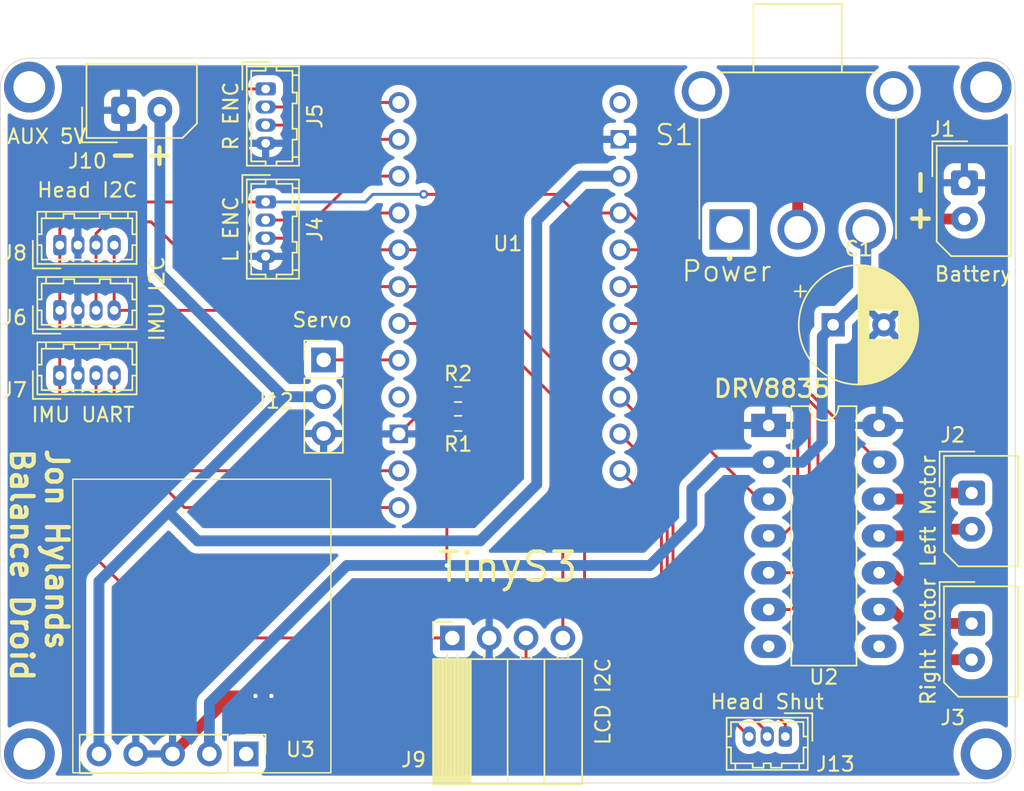
<source format=kicad_pcb>
(kicad_pcb (version 20240108) (generator "pcbnew") (generator_version "8.0")
  (layers (0 "F.Cu" signal) (31 "B.Cu" signal) (34 "B.Paste" user) (35 "F.Paste" user) (36 "B.SilkS" user "B.Silkscreen") (37 "F.SilkS" user "F.Silkscreen") (38 "B.Mask" user) (39 "F.Mask" user) (44 "Edge.Cuts" user))
  (net 0 "")
  (net 1 "GND")
  (net 2 "Net-(J1-Pin_2)")
  (net 3 "Net-(J2-Pin_1)")
  (net 4 "Net-(J2-Pin_2)")
  (net 5 "Net-(J3-Pin_1)")
  (net 6 "Net-(J3-Pin_2)")
  (net 7 "L_A")
  (net 8 "L_B")
  (net 9 "3V3")
  (net 10 "R_B")
  (net 11 "R_A")
  (net 12 "SDA")
  (net 13 "SCL")
  (net 14 "TX")
  (net 15 "RX")
  (net 16 "5V")
  (net 17 "Servo")
  (net 18 "Left ToF Shutdown")
  (net 19 "Center ToF Shutdown")
  (net 20 "Right ToF Shutdown")
  (net 22 "Net-(U2-Vcc)")
  (net 23 "Right_Motor_1")
  (net 26 "Right_Motor_2")
  (net 27 "Left_Motor_1")
  (net 28 "Left_Motor_2")
  (net 32 "BATT")
  (footprint "Connector_Hirose:Hirose_DF13-04P-1.25DSA_1x04_P1.25mm_Vertical" (layer "F.Cu") (at 69.1 87.9)
    (property "Reference" "J8" (at -3.125 0.55 0) (layer "F.SilkS"))
    (property "Value" "Head I2C" (at 1.9 -3.8 180) (layer "F.SilkS"))
    (pad "1" thru_hole roundrect (at 0 0) (size 0.9 1.4) (drill 0.6) (layers "*.Cu" "*.Mask") (net 9 "3V3"))
    (pad "2" thru_hole oval (at 1.25 0) (size 0.9 1.4) (drill 0.6) (layers "*.Cu" "*.Mask") (net 1 "GND"))
    (pad "3" thru_hole oval (at 2.5 0) (size 0.9 1.4) (drill 0.6) (layers "*.Cu" "*.Mask") (net 13 "SCL"))
    (pad "4" thru_hole oval (at 3.75 0) (size 0.9 1.4) (drill 0.6) (layers "*.Cu" "*.Mask") (net 12 "SDA"))
  )
  (footprint "Connector_PinHeader_2.54mm:PinHeader_1x03_P2.54mm_Vertical" (layer "F.Cu") (at 87.3 95.82)
    (property "Reference" "J12" (at -3.4 2.84 0) (layer "F.SilkS"))
    (property "Value" "Servo" (at -0.1 -2.76 0) (layer "F.SilkS"))
    (pad "1" thru_hole rect (at 0 0) (size 1.7 1.7) (drill 1) (layers "*.Cu" "*.Mask") (net 17 "Servo"))
    (pad "2" thru_hole oval (at 0 2.54) (size 1.7 1.7) (drill 1) (layers "*.Cu" "*.Mask") (net 16 "5V"))
    (pad "3" thru_hole oval (at 0 5.08) (size 1.7 1.7) (drill 1) (layers "*.Cu" "*.Mask") (net 1 "GND"))
  )
  (footprint "Connector_Molex:Molex_SPOX_5267-02A_1x02_P2.50mm_Vertical" (layer "F.Cu") (at 73.5 78.6)
    (property "Reference" "J10" (at -2.5 3.5 0) (layer "F.SilkS"))
    (property "Value" "AUX 5V" (at -5.3 1.8 0) (layer "F.SilkS"))
    (pad "1" thru_hole roundrect (at 0 0) (size 1.7 1.85) (drill 0.85) (layers "*.Cu" "*.Mask") (roundrect_rratio 0.147059) (net 1 "GND"))
    (pad "2" thru_hole oval (at 2.5 0) (size 1.7 1.85) (drill 0.85) (layers "*.Cu" "*.Mask") (net 16 "5V"))
  )
  (footprint "Connector_PinHeader_2.54mm:PinHeader_1x05_P2.54mm_Vertical" (layer "F.Cu") (at 81.96 123 -90)
    (property "Reference" "U3" (at -0.3 -3.74 180) (layer "F.SilkS"))
    (property "Value" "~")
    (pad "1" thru_hole rect (at 0 0 270) (size 1.7 1.7) (drill 1) (layers "*.Cu" "*.Mask"))
    (pad "2" thru_hole oval (at 0 2.54 270) (size 1.7 1.7) (drill 1) (layers "*.Cu" "*.Mask") (net 22 "Net-(U2-Vcc)"))
    (pad "3" thru_hole oval (at 0 5.08 270) (size 1.7 1.7) (drill 1) (layers "*.Cu" "*.Mask") (net 1 "GND"))
    (pad "4" thru_hole oval (at 0 7.62 270) (size 1.7 1.7) (drill 1) (layers "*.Cu" "*.Mask") (net 1 "GND"))
    (pad "5" thru_hole oval (at 0 10.16 270) (size 1.7 1.7) (drill 1) (layers "*.Cu" "*.Mask") (net 16 "5V"))
  )
  (footprint "Capacitor_THT:CP_Radial_D8.0mm_P3.50mm" (layer "F.Cu") (at 122.447349 93.4)
    (property "Reference" "C1" (at 1.75 -5.25 0) (layer "F.SilkS"))
    (property "Value" "680uF")
    (pad "1" thru_hole rect (at 0 0) (size 1.6 1.6) (drill 0.8) (layers "*.Cu" "*.Mask") (net 22 "Net-(U2-Vcc)"))
    (pad "2" thru_hole circle (at 3.5 0) (size 1.6 1.6) (drill 0.8) (layers "*.Cu" "*.Mask") (net 1 "GND"))
  )
  (footprint "Connector_Hirose:Hirose_DF13-04P-1.25DSA_1x04_P1.25mm_Vertical" (layer "F.Cu") (at 83.3 84.925 -90)
    (property "Reference" "J4" (at 1.88 -3.4 90) (layer "F.SilkS"))
    (property "Value" "L ENC" (at 1.88 2.4 90) (layer "F.SilkS"))
    (pad "1" thru_hole roundrect (at 0 0 270) (size 0.9 1.4) (drill 0.6) (layers "*.Cu" "*.Mask") (net 9 "3V3"))
    (pad "2" thru_hole oval (at 1.25 0 270) (size 0.9 1.4) (drill 0.6) (layers "*.Cu" "*.Mask") (net 7 "L_A"))
    (pad "3" thru_hole oval (at 2.5 0 270) (size 0.9 1.4) (drill 0.6) (layers "*.Cu" "*.Mask") (net 8 "L_B"))
    (pad "4" thru_hole oval (at 3.75 0 270) (size 0.9 1.4) (drill 0.6) (layers "*.Cu" "*.Mask") (net 1 "GND"))
  )
  (footprint "NormalParts:Slide Switch 5A" (layer "F.Cu") (at 120 82.0575)
    (property "Reference" "S1" (at -8.5 -1.7575 0) (layer "F.SilkS") (effects (font (size 1.4 1.4))))
    (property "Value" "Power" (at -4.9 7.6425 0) (layer "F.SilkS") (effects (font (size 1.4 1.4))))
    (pad "1" thru_hole rect (at -4.7 4.765) (size 2.775 2.775) (drill 1.85) (layers "*.Cu" "*.Mask"))
    (pad "2" thru_hole circle (at 0 4.765) (size 2.775 2.775) (drill 1.85) (layers "*.Cu" "*.Mask") (net 2 "Net-(J1-Pin_2)"))
    (pad "3" thru_hole circle (at 4.7 4.765) (size 2.775 2.775) (drill 1.85) (layers "*.Cu" "*.Mask") (net 22 "Net-(U2-Vcc)"))
    (pad "S1" thru_hole circle (at -6.605 -4.765) (size 2.775 2.775) (drill 1.85) (layers "*.Cu" "*.Mask"))
    (pad "S2" thru_hole circle (at 6.605 -4.765) (size 2.775 2.775) (drill 1.85) (layers "*.Cu" "*.Mask"))
  )
  (footprint "Connector_Hirose:Hirose_DF13-04P-1.25DSA_1x04_P1.25mm_Vertical" (layer "F.Cu") (at 83.3 77.125 -90)
    (property "Reference" "J5" (at 1.88 -3.4 90) (layer "F.SilkS"))
    (property "Value" "R ENC" (at 1.88 2.4 90) (layer "F.SilkS"))
    (pad "1" thru_hole roundrect (at 0 0 270) (size 0.9 1.4) (drill 0.6) (layers "*.Cu" "*.Mask") (net 9 "3V3"))
    (pad "2" thru_hole oval (at 1.25 0 270) (size 0.9 1.4) (drill 0.6) (layers "*.Cu" "*.Mask") (net 11 "R_A"))
    (pad "3" thru_hole oval (at 2.5 0 270) (size 0.9 1.4) (drill 0.6) (layers "*.Cu" "*.Mask") (net 10 "R_B"))
    (pad "4" thru_hole oval (at 3.75 0 270) (size 0.9 1.4) (drill 0.6) (layers "*.Cu" "*.Mask") (net 1 "GND"))
  )
  (footprint "Package_DIP:DIP-14_W7.62mm_LongPads" (layer "F.Cu") (at 118 100.34)
    (property "Reference" "U2" (at 3.8 17.36 0) (layer "F.SilkS"))
    (property "Value" "~")
    (pad "1" thru_hole rect (at 0 0) (size 2.4 1.6) (drill 0.8) (layers "*.Cu" "*.Mask") (net 1 "GND"))
    (pad "2" thru_hole oval (at 0 2.54) (size 2.4 1.6) (drill 0.8) (layers "*.Cu" "*.Mask") (net 22 "Net-(U2-Vcc)"))
    (pad "3" thru_hole oval (at 0 5.08) (size 2.4 1.6) (drill 0.8) (layers "*.Cu" "*.Mask") (net 28 "Left_Motor_2"))
    (pad "4" thru_hole oval (at 0 7.62) (size 2.4 1.6) (drill 0.8) (layers "*.Cu" "*.Mask") (net 27 "Left_Motor_1"))
    (pad "5" thru_hole oval (at 0 10.16) (size 2.4 1.6) (drill 0.8) (layers "*.Cu" "*.Mask") (net 26 "Right_Motor_2"))
    (pad "6" thru_hole oval (at 0 12.7) (size 2.4 1.6) (drill 0.8) (layers "*.Cu" "*.Mask") (net 23 "Right_Motor_1"))
    (pad "7" thru_hole oval (at 0 15.24) (size 2.4 1.6) (drill 0.8) (layers "*.Cu" "*.Mask"))
    (pad "8" thru_hole oval (at 7.62 15.24) (size 2.4 1.6) (drill 0.8) (layers "*.Cu" "*.Mask"))
    (pad "9" thru_hole oval (at 7.62 12.7) (size 2.4 1.6) (drill 0.8) (layers "*.Cu" "*.Mask") (net 6 "Net-(J3-Pin_2)"))
    (pad "10" thru_hole oval (at 7.62 10.16) (size 2.4 1.6) (drill 0.8) (layers "*.Cu" "*.Mask") (net 5 "Net-(J3-Pin_1)"))
    (pad "11" thru_hole oval (at 7.62 7.62) (size 2.4 1.6) (drill 0.8) (layers "*.Cu" "*.Mask") (net 4 "Net-(J2-Pin_2)"))
    (pad "12" thru_hole oval (at 7.62 5.08) (size 2.4 1.6) (drill 0.8) (layers "*.Cu" "*.Mask") (net 3 "Net-(J2-Pin_1)"))
    (pad "13" thru_hole oval (at 7.62 2.54) (size 2.4 1.6) (drill 0.8) (layers "*.Cu" "*.Mask") (net 9 "3V3"))
    (pad "14" thru_hole oval (at 7.62 0) (size 2.4 1.6) (drill 0.8) (layers "*.Cu" "*.Mask") (net 1 "GND"))
  )
  (footprint "Resistor_SMD:R_0603_1608Metric" (layer "F.Cu") (at 96.575 98.2)
    (property "Reference" "R2" (at 0 -1.43 0) (layer "F.SilkS"))
    (property "Value" "5K")
    (pad "1" smd roundrect (at -0.825 0) (size 0.8 0.95) (layers "F.Cu" "F.Paste" "F.Mask") (net 1 "GND"))
    (pad "2" smd roundrect (at 0.825 0) (size 0.8 0.95) (layers "F.Cu" "F.Paste" "F.Mask") (net 32 "BATT"))
  )
  (footprint "Connector_Molex:Molex_SPOX_5267-02A_1x02_P2.50mm_Vertical" (layer "F.Cu") (at 132 105 -90)
    (property "Reference" "J2" (at -4 1.3 180) (layer "F.SilkS"))
    (property "Value" "Left Motor" (at 1.25 3 90) (layer "F.SilkS"))
    (pad "1" thru_hole roundrect (at 0 0 270) (size 1.7 1.85) (drill 0.85) (layers "*.Cu" "*.Mask") (roundrect_rratio 0.147059) (net 3 "Net-(J2-Pin_1)"))
    (pad "2" thru_hole oval (at 2.5 0 270) (size 1.7 1.85) (drill 0.85) (layers "*.Cu" "*.Mask") (net 4 "Net-(J2-Pin_2)"))
  )
  (footprint "Connector_Molex:Molex_SPOX_5267-02A_1x02_P2.50mm_Vertical" (layer "F.Cu") (at 132 114 -90)
    (property "Reference" "J3" (at 6.5 1.3 180) (layer "F.SilkS"))
    (property "Value" "Right Motor" (at 1.25 3 90) (layer "F.SilkS"))
    (pad "1" thru_hole roundrect (at 0 0 270) (size 1.7 1.85) (drill 0.85) (layers "*.Cu" "*.Mask") (roundrect_rratio 0.147059) (net 5 "Net-(J3-Pin_1)"))
    (pad "2" thru_hole oval (at 2.5 0 270) (size 1.7 1.85) (drill 0.85) (layers "*.Cu" "*.Mask") (net 6 "Net-(J3-Pin_2)"))
  )
  (footprint "Connector_Hirose:Hirose_DF13-04P-1.25DSA_1x04_P1.25mm_Vertical" (layer "F.Cu") (at 69.1 96.9)
    (property "Reference" "J7" (at -3.125 1 0) (layer "F.SilkS"))
    (property "Value" "IMU UART" (at 1.6 2.7 0) (layer "F.SilkS"))
    (pad "1" thru_hole roundrect (at 0 0) (size 0.9 1.4) (drill 0.6) (layers "*.Cu" "*.Mask") (net 9 "3V3"))
    (pad "2" thru_hole oval (at 1.25 0) (size 0.9 1.4) (drill 0.6) (layers "*.Cu" "*.Mask") (net 1 "GND"))
    (pad "3" thru_hole oval (at 2.5 0) (size 0.9 1.4) (drill 0.6) (layers "*.Cu" "*.Mask") (net 15 "RX"))
    (pad "4" thru_hole oval (at 3.75 0) (size 0.9 1.4) (drill 0.6) (layers "*.Cu" "*.Mask") (net 14 "TX"))
  )
  (footprint "Resistor_SMD:R_0603_1608Metric" (layer "F.Cu") (at 96.575 100.2 180)
    (property "Reference" "R1" (at 0 -1.43 0) (layer "F.SilkS"))
    (property "Value" "10K")
    (pad "1" smd roundrect (at -0.825 0 180) (size 0.8 0.95) (layers "F.Cu" "F.Paste" "F.Mask") (net 32 "BATT"))
    (pad "2" smd roundrect (at 0.825 0 180) (size 0.8 0.95) (layers "F.Cu" "F.Paste" "F.Mask") (net 22 "Net-(U2-Vcc)"))
  )
  (footprint "Connector_Hirose:Hirose_DF13-04P-1.25DSA_1x04_P1.25mm_Vertical" (layer "F.Cu") (at 69.1 92.4)
    (property "Reference" "J6" (at -3.125 0.5 0) (layer "F.SilkS"))
    (property "Value" "IMU I2C" (at 6.7 -0.8 90) (layer "F.SilkS"))
    (pad "1" thru_hole roundrect (at 0 0) (size 0.9 1.4) (drill 0.6) (layers "*.Cu" "*.Mask") (net 9 "3V3"))
    (pad "2" thru_hole oval (at 1.25 0) (size 0.9 1.4) (drill 0.6) (layers "*.Cu" "*.Mask") (net 1 "GND"))
    (pad "3" thru_hole oval (at 2.5 0) (size 0.9 1.4) (drill 0.6) (layers "*.Cu" "*.Mask") (net 13 "SCL"))
    (pad "4" thru_hole oval (at 3.75 0) (size 0.9 1.4) (drill 0.6) (layers "*.Cu" "*.Mask") (net 12 "SDA"))
  )
  (footprint "NormalParts:TinyS3" (layer "F.Cu") (at 100 92)
    (property "Reference" "U1" (at 0 -4.2 0) (layer "F.SilkS"))
    (property "Value" "TinyS3" (at 0 18.1 0) (layer "F.SilkS") (effects (font (size 2 2) (thickness 0.25))))
    (pad "1" thru_hole circle (at 7.73 -13.936) (size 1.4224 1.4224) (drill 0.9144) (layers "*.Cu" "*.Mask"))
    (pad "2" thru_hole rect (at 7.73 -11.396) (size 1.27 1.27) (drill 0.9144) (layers "*.Cu" "*.Mask") (net 1 "GND"))
    (pad "3" thru_hole circle (at 7.73 -8.856) (size 1.4224 1.4224) (drill 0.9144) (layers "*.Cu" "*.Mask") (net 16 "5V"))
    (pad "4" thru_hole circle (at 7.73 -6.316) (size 1.4224 1.4224) (drill 0.9144) (layers "*.Cu" "*.Mask") (net 9 "3V3"))
    (pad "5" thru_hole circle (at 7.73 -3.776) (size 1.4224 1.4224) (drill 0.9144) (layers "*.Cu" "*.Mask") (net 23 "Right_Motor_1"))
    (pad "6" thru_hole circle (at 7.73 -1.236) (size 1.4224 1.4224) (drill 0.9144) (layers "*.Cu" "*.Mask") (net 26 "Right_Motor_2"))
    (pad "7" thru_hole circle (at 7.73 1.304) (size 1.4224 1.4224) (drill 0.9144) (layers "*.Cu" "*.Mask") (net 27 "Left_Motor_1"))
    (pad "8" thru_hole circle (at 7.73 3.844) (size 1.4224 1.4224) (drill 0.9144) (layers "*.Cu" "*.Mask") (net 28 "Left_Motor_2"))
    (pad "9" thru_hole circle (at 7.73 6.384) (size 1.4224 1.4224) (drill 0.9144) (layers "*.Cu" "*.Mask") (net 18 "Left ToF Shutdown"))
    (pad "10" thru_hole circle (at 7.73 8.924) (size 1.4224 1.4224) (drill 0.9144) (layers "*.Cu" "*.Mask") (net 19 "Center ToF Shutdown"))
    (pad "11" thru_hole circle (at 7.73 11.464) (size 1.4224 1.4224) (drill 0.9144) (layers "*.Cu" "*.Mask") (net 20 "Right ToF Shutdown"))
    (pad "12" thru_hole circle (at -7.51 14.004) (size 1.4224 1.4224) (drill 0.9) (layers "*.Cu" "*.Mask") (net 15 "RX"))
    (pad "13" thru_hole circle (at -7.51 11.464) (size 1.4224 1.4224) (drill 0.9) (layers "*.Cu" "*.Mask") (net 14 "TX"))
    (pad "14" thru_hole rect (at -7.51 8.924) (size 1.27 1.27) (drill 0.9) (layers "*.Cu" "*.Mask") (net 1 "GND"))
    (pad "15" thru_hole circle (at -7.51 6.384) (size 1.4224 1.4224) (drill 0.9) (layers "*.Cu" "*.Mask"))
    (pad "16" thru_hole circle (at -7.51 3.844) (size 1.4224 1.4224) (drill 0.9) (layers "*.Cu" "*.Mask") (net 17 "Servo"))
    (pad "17" thru_hole circle (at -7.51 1.304) (size 1.4224 1.4224) (drill 0.9) (layers "*.Cu" "*.Mask") (net 32 "BATT"))
    (pad "18" thru_hole circle (at -7.51 -1.236) (size 1.4224 1.4224) (drill 0.9) (layers "*.Cu" "*.Mask") (net 12 "SDA"))
    (pad "19" thru_hole circle (at -7.51 -3.776) (size 1.4224 1.4224) (drill 0.9) (layers "*.Cu" "*.Mask") (net 13 "SCL"))
    (pad "20" thru_hole circle (at -7.51 -6.316) (size 1.4224 1.4224) (drill 0.9) (layers "*.Cu" "*.Mask") (net 8 "L_B"))
    (pad "21" thru_hole circle (at -7.51 -8.856) (size 1.4224 1.4224) (drill 0.9) (layers "*.Cu" "*.Mask") (net 7 "L_A"))
    (pad "22" thru_hole circle (at -7.51 -11.396) (size 1.4224 1.4224) (drill 0.9) (layers "*.Cu" "*.Mask") (net 10 "R_B"))
    (pad "23" thru_hole circle (at -7.51 -13.936) (size 1.4224 1.4224) (drill 0.9) (layers "*.Cu" "*.Mask") (net 11 "R_A"))
  )
  (footprint "Connector_Hirose:Hirose_DF13-03P-1.25DSA_1x03_P1.25mm_Vertical" (layer "F.Cu") (at 119.15 121.8 180)
    (property "Reference" "J13" (at -3.45 -1.9 0) (layer "F.SilkS"))
    (property "Value" "Head Shut" (at 1.25 2.4 0) (layer "F.SilkS"))
    (pad "1" thru_hole roundrect (at 0 0 180) (size 0.9 1.4) (drill 0.6) (layers "*.Cu" "*.Mask") (net 18 "Left ToF Shutdown"))
    (pad "2" thru_hole oval (at 1.25 0 180) (size 0.9 1.4) (drill 0.6) (layers "*.Cu" "*.Mask") (net 19 "Center ToF Shutdown"))
    (pad "3" thru_hole oval (at 2.5 0 180) (size 0.9 1.4) (drill 0.6) (layers "*.Cu" "*.Mask") (net 20 "Right ToF Shutdown"))
  )
  (footprint "Connector_PinSocket_2.54mm:PinSocket_1x04_P2.54mm_Horizontal" (layer "F.Cu") (at 96.18 115 90)
    (property "Reference" "J9" (at -8.4 -2.68 180) (layer "F.SilkS"))
    (property "Value" "LCD I2C" (at -4.38 10.39 90) (layer "F.SilkS"))
    (pad "1" thru_hole rect (at 0 0 90) (size 1.7 1.7) (drill 1) (layers "*.Cu" "*.Mask") (net 9 "3V3"))
    (pad "2" thru_hole oval (at 0 2.54 90) (size 1.7 1.7) (drill 1) (layers "*.Cu" "*.Mask") (net 1 "GND"))
    (pad "3" thru_hole oval (at 0 5.08 90) (size 1.7 1.7) (drill 1) (layers "*.Cu" "*.Mask") (net 13 "SCL"))
    (pad "4" thru_hole oval (at 0 7.62 90) (size 1.7 1.7) (drill 1) (layers "*.Cu" "*.Mask") (net 12 "SDA"))
  )
  (footprint "Connector_Molex:Molex_SPOX_5267-02A_1x02_P2.50mm_Vertical" (layer "F.Cu") (at 131.5 83.6 -90)
    (property "Reference" "J1" (at -3.7 1.5 180) (layer "F.SilkS"))
    (property "Value" "Battery" (at 6.3 -0.6 180) (layer "F.SilkS"))
    (pad "1" thru_hole roundrect (at 0 0 270) (size 1.7 1.85) (drill 0.85) (layers "*.Cu" "*.Mask") (roundrect_rratio 0.147059) (net 1 "GND"))
    (pad "2" thru_hole oval (at 2.5 0 270) (size 1.7 1.85) (drill 0.85) (layers "*.Cu" "*.Mask") (net 2 "Net-(J1-Pin_2)"))
  )
  (gr_rect (start 70 104.05) (end 87.8 124.3) (stroke (width 0.1)) (fill none) (layer "F.SilkS"))
  (gr_arc (start 65 77) (mid 65.585786 75.585786) (end 67 75) (stroke (width 0.05)) (layer "Edge.Cuts"))
  (gr_line (start 135 77) (end 135 123) (stroke (width 0.05)) (layer "Edge.Cuts"))
  (gr_arc (start 133 75) (mid 134.414214 75.585786) (end 135 77) (stroke (width 0.05)) (layer "Edge.Cuts"))
  (gr_line (start 65 123) (end 65 77) (stroke (width 0.05)) (layer "Edge.Cuts"))
  (gr_line (start 67 75) (end 133 75) (stroke (width 0.05)) (layer "Edge.Cuts"))
  (gr_arc (start 135 123) (mid 134.414214 124.414214) (end 133 125) (stroke (width 0.05)) (layer "Edge.Cuts"))
  (gr_arc (start 67 125) (mid 65.585786 124.414214) (end 65 123) (stroke (width 0.05)) (layer "Edge.Cuts"))
  (gr_line (start 133 125) (end 67 125) (stroke (width 0.05)) (layer "Edge.Cuts"))
  (gr_text "+" (at 77.1 82.5 0) (layer "F.SilkS") (effects (font (size 1.5 1.5) (thickness 0.3) (bold yes)) (justify left bottom mirror)))
  (gr_text "-" (at 74.6 82.5 0) (layer "F.SilkS") (effects (font (size 1.5 1.5) (thickness 0.3) (bold yes)) (justify left bottom mirror)))
  (gr_text "+" (at 127.7 87.2 -90) (layer "F.SilkS") (effects (font (size 1.5 1.5) (thickness 0.3) (bold yes)) (justify left bottom mirror)))
  (gr_text "DRV8835" (at 114.1 98.5 0) (layer "F.SilkS") (effects (font (size 1.2 1.2) (thickness 0.2) (bold yes)) (justify left bottom)))
  (gr_text "Jon Hylands\nBalance Droid" (at 65.6 101.8 270) (layer "F.SilkS") (effects (font (size 1.5 1.5) (thickness 0.3) (bold yes)) (justify left bottom)))
  (gr_text "-" (at 127.7 84.7 -90) (layer "F.SilkS") (effects (font (size 1.5 1.5) (thickness 0.3) (bold yes)) (justify left bottom mirror)))
  (via (at 133 77) (size 3.5) (drill 2.2) (layers "F.Cu" "B.Cu") (net 0))
  (via (at 67 77) (size 3.5) (drill 2.2) (layers "F.Cu" "B.Cu") (net 0))
  (via (at 133 123) (size 3.5) (drill 2.2) (layers "F.Cu" "B.Cu") (net 0))
  (via (at 67 123) (size 3.5) (drill 2.2) (layers "F.Cu" "B.Cu") (net 0))
  (segment (start 95.75 98.2) (end 95.214 98.2) (width 0.2) (layer "F.Cu") (net 1))
  (segment (start 76.88 123) (end 80.88 119) (width 0.75) (layer "F.Cu") (net 1))
  (segment (start 80.88 119) (end 82.6 119) (width 0.75) (layer "F.Cu") (net 1))
  (segment (start 95.214 98.2) (end 92.49 100.924) (width 0.2) (layer "F.Cu") (net 1))
  (segment (start 82.6 119) (end 83.7 119) (width 0.75) (layer "F.Cu") (net 1))
  (via (at 83.7 119) (size 0.6) (drill 0.3) (layers "F.Cu" "B.Cu") (net 1))
  (via (at 82.6 119) (size 0.6) (drill 0.3) (layers "F.Cu" "B.Cu") (net 1))
  (segment (start 121.2 83.6) (end 126.6 83.6) (width 0.75) (layer "F.Cu") (net 2))
  (segment (start 126.6 83.6) (end 129.1 86.1) (width 0.75) (layer "F.Cu") (net 2))
  (segment (start 120 86.8225) (end 120 84.8) (width 0.75) (layer "F.Cu") (net 2))
  (segment (start 120 84.8) (end 121.2 83.6) (width 0.75) (layer "F.Cu") (net 2))
  (segment (start 129.1 86.1) (end 131.5 86.1) (width 0.75) (layer "F.Cu") (net 2))
  (segment (start 128.8 105) (end 132 105) (width 0.75) (layer "F.Cu") (net 3))
  (segment (start 128.38 105.42) (end 128.8 105) (width 0.75) (layer "F.Cu") (net 3))
  (segment (start 125.62 105.42) (end 128.38 105.42) (width 0.75) (layer "F.Cu") (net 3))
  (segment (start 128.7 107.5) (end 132 107.5) (width 0.75) (layer "F.Cu") (net 4))
  (segment (start 128.24 107.96) (end 128.7 107.5) (width 0.75) (layer "F.Cu") (net 4))
  (segment (start 125.62 107.96) (end 128.24 107.96) (width 0.75) (layer "F.Cu") (net 4))
  (segment (start 125.62 110.5) (end 126.5 110.5) (width 0.75) (layer "F.Cu") (net 5))
  (segment (start 130 114) (end 132 114) (width 0.75) (layer "F.Cu") (net 5))
  (segment (start 126.5 110.5) (end 130 114) (width 0.75) (layer "F.Cu") (net 5))
  (segment (start 130 116.5) (end 132 116.5) (width 0.75) (layer "F.Cu") (net 6))
  (segment (start 125.62 113.04) (end 126.54 113.04) (width 0.75) (layer "F.Cu") (net 6))
  (segment (start 126.54 113.04) (end 130 116.5) (width 0.75) (layer "F.Cu") (net 6))
  (segment (start 89.656 83.144) (end 92.49 83.144) (width 0.2) (layer "F.Cu") (net 7))
  (segment (start 83.3 86.175) (end 86.625 86.175) (width 0.2) (layer "F.Cu") (net 7))
  (segment (start 86.625 86.175) (end 89.656 83.144) (width 0.2) (layer "F.Cu") (net 7))
  (segment (start 88.716 85.684) (end 92.49 85.684) (width 0.2) (layer "F.Cu") (net 8))
  (segment (start 86.975 87.425) (end 88.716 85.684) (width 0.2) (layer "F.Cu") (net 8))
  (segment (start 83.3 87.425) (end 86.975 87.425) (width 0.2) (layer "F.Cu") (net 8))
  (segment (start 80.2 84.925) (end 80.2 78.9) (width 0.2) (layer "F.Cu") (net 9))
  (segment (start 69.1 92.4) (end 69.1 96.9) (width 0.2) (layer "F.Cu") (net 9))
  (segment (start 96.18 115) (end 77.1 115) (width 0.2) (layer "F.Cu") (net 9))
  (segment (start 69.1 87.9) (end 69.1 86.8) (width 0.2) (layer "F.Cu") (net 9))
  (segment (start 69.1 86.8) (end 70.975 84.925) (width 0.2) (layer "F.Cu") (net 9))
  (segment (start 77.1 115) (end 69.1 107) (width 0.2) (layer "F.Cu") (net 9))
  (segment (start 125.611372 102.88) (end 125.62 102.88) (width 0.2) (layer "F.Cu") (net 9))
  (segment (start 94.2 84.4) (end 103.4 84.4) (width 0.2) (layer "F.Cu") (net 9))
  (segment (start 80.2 78.9) (end 81.975 77.125) (width 0.2) (layer "F.Cu") (net 9))
  (segment (start 80.2 84.925) (end 83.3 84.925) (width 0.2) (layer "F.Cu") (net 9))
  (segment (start 69.1 87.9) (end 69.1 92.4) (width 0.2) (layer "F.Cu") (net 9))
  (segment (start 107.73 85.684) (end 108.415372 85.684) (width 0.2) (layer "F.Cu") (net 9))
  (segment (start 70.975 84.925) (end 80.2 84.925) (width 0.2) (layer "F.Cu") (net 9))
  (segment (start 104.684 85.684) (end 107.73 85.684) (width 0.2) (layer "F.Cu") (net 9))
  (segment (start 108.415372 85.684) (end 125.611372 102.88) (width 0.2) (layer "F.Cu") (net 9))
  (segment (start 103.4 84.4) (end 104.684 85.684) (width 0.2) (layer "F.Cu") (net 9))
  (segment (start 69.1 107) (end 69.1 96.9) (width 0.2) (layer "F.Cu") (net 9))
  (segment (start 81.975 77.125) (end 83.3 77.125) (width 0.2) (layer "F.Cu") (net 9))
  (via (at 94.2 84.4) (size 0.6) (drill 0.3) (layers "F.Cu" "B.Cu") (net 9))
  (segment (start 90.175 84.925) (end 90.7 84.4) (width 0.2) (layer "B.Cu") (net 9))
  (segment (start 90.7 84.4) (end 94.2 84.4) (width 0.2) (layer "B.Cu") (net 9))
  (segment (start 83.3 84.925) (end 90.175 84.925) (width 0.2) (layer "B.Cu") (net 9))
  (segment (start 86.025 79.625) (end 87.004 80.604) (width 0.2) (layer "F.Cu") (net 10))
  (segment (start 87.004 80.604) (end 92.49 80.604) (width 0.2) (layer "F.Cu") (net 10))
  (segment (start 83.3 79.625) (end 86.025 79.625) (width 0.2) (layer "F.Cu") (net 10))
  (segment (start 83.3 78.375) (end 86.025 78.375) (width 0.2) (layer "F.Cu") (net 11))
  (segment (start 86.336 78.064) (end 92.49 78.064) (width 0.2) (layer "F.Cu") (net 11))
  (segment (start 86.025 78.375) (end 86.336 78.064) (width 0.2) (layer "F.Cu") (net 11))
  (segment (start 72.85 87.9) (end 72.85 92.4) (width 0.2) (layer "F.Cu") (net 12))
  (segment (start 95.564 90.764) (end 103.8 99) (width 0.2) (layer "F.Cu") (net 12))
  (segment (start 72.85 92.4) (end 85.5 92.4) (width 0.2) (layer "F.Cu") (net 12))
  (segment (start 103.8 99) (end 103.8 115) (width 0.2) (layer "F.Cu") (net 12))
  (segment (start 85.5 92.4) (end 87.136 90.764) (width 0.2) (layer "F.Cu") (net 12))
  (segment (start 87.136 90.764) (end 92.49 90.764) (width 0.2) (layer "F.Cu") (net 12))
  (segment (start 92.49 90.764) (end 95.564 90.764) (width 0.2) (layer "F.Cu") (net 12))
  (segment (start 71.6 87.9) (end 71.6 92.4) (width 0.2) (layer "F.Cu") (net 13))
  (segment (start 92.49 88.224) (end 87.776 88.224) (width 0.2) (layer "F.Cu") (net 13))
  (segment (start 85 90.7) (end 79.8 90.7) (width 0.2) (layer "F.Cu") (net 13))
  (segment (start 104.2 117) (end 105.3 115.9) (width 0.2) (layer "F.Cu") (net 13))
  (segment (start 71.6 87.1) (end 71.6 87.9) (width 0.2) (layer "F.Cu") (net 13))
  (segment (start 95.524 88.224) (end 92.49 88.224) (width 0.2) (layer "F.Cu") (net 13))
  (segment (start 85.1 90.6) (end 85 90.7) (width 0.2) (layer "F.Cu") (net 13))
  (segment (start 72.4 86.3) (end 71.6 87.1) (width 0.2) (layer "F.Cu") (net 13))
  (segment (start 101.26 116.46) (end 101.8 117) (width 0.2) (layer "F.Cu") (net 13))
  (segment (start 101.8 117) (end 104.2 117) (width 0.2) (layer "F.Cu") (net 13))
  (segment (start 85.4 90.6) (end 85.1 90.6) (width 0.2) (layer "F.Cu") (net 13))
  (segment (start 105.3 115.9) (end 105.3 98) (width 0.2) (layer "F.Cu") (net 13))
  (segment (start 79.8 90.7) (end 75.4 86.3) (width 0.2) (layer "F.Cu") (net 13))
  (segment (start 75.4 86.3) (end 72.4 86.3) (width 0.2) (layer "F.Cu") (net 13))
  (segment (start 87.776 88.224) (end 85.4 90.6) (width 0.2) (layer "F.Cu") (net 13))
  (segment (start 105.3 98) (end 95.524 88.224) (width 0.2) (layer "F.Cu") (net 13))
  (segment (start 101.26 115) (end 101.26 116.46) (width 0.2) (layer "F.Cu") (net 13))
  (segment (start 72.85 96.9) (end 72.85 99.25) (width 0.2) (layer "F.Cu") (net 14))
  (segment (start 77.064 103.464) (end 92.49 103.464) (width 0.2) (layer "F.Cu") (net 14))
  (segment (start 72.85 99.25) (end 77.064 103.464) (width 0.2) (layer "F.Cu") (net 14))
  (segment (start 77.704 106.004) (end 92.49 106.004) (width 0.2) (layer "F.Cu") (net 15))
  (segment (start 71.6 99.9) (end 77.704 106.004) (width 0.2) (layer "F.Cu") (net 15))
  (segment (start 71.6 96.9) (end 71.6 99.9) (width 0.2) (layer "F.Cu") (net 15))
  (segment (start 84.54 98.36) (end 76.6 106.3) (width 0.75) (layer "B.Cu") (net 16))
  (segment (start 105.056 83.144) (end 107.73 83.144) (width 0.75) (layer "B.Cu") (net 16))
  (segment (start 78.6 108.3) (end 98.1 108.3) (width 0.75) (layer "B.Cu") (net 16))
  (segment (start 102 86.2) (end 105.056 83.144) (width 0.75) (layer "B.Cu") (net 16))
  (segment (start 102 104.4) (end 102 86.2) (width 0.75) (layer "B.Cu") (net 16))
  (segment (start 98.1 108.3) (end 102 104.4) (width 0.75) (layer "B.Cu") (net 16))
  (segment (start 76 78.6) (end 76 89.82) (width 0.75) (layer "B.Cu") (net 16))
  (segment (start 71.8 111.1) (end 71.8 123) (width 0.75) (layer "B.Cu") (net 16))
  (segment (start 76.6 106.3) (end 78.6 108.3) (width 0.75) (layer "B.Cu") (net 16))
  (segment (start 76.6 106.3) (end 71.8 111.1) (width 0.75) (layer "B.Cu") (net 16))
  (segment (start 87.3 98.36) (end 84.54 98.36) (width 0.75) (layer "B.Cu") (net 16))
  (segment (start 76 89.82) (end 84.54 98.36) (width 0.75) (layer "B.Cu") (net 16))
  (segment (start 92.466 95.82) (end 92.49 95.844) (width 0.2) (layer "F.Cu") (net 17))
  (segment (start 87.3 95.82) (end 92.466 95.82) (width 0.2) (layer "F.Cu") (net 17))
  (segment (start 119.15 120.95) (end 119.15 121.8) (width 0.2) (layer "F.Cu") (net 18))
  (segment (start 107.73 98.384) (end 111.4 102.054) (width 0.2) (layer "F.Cu") (net 18))
  (segment (start 111.4 102.054) (end 111.4 113.2) (width 0.2) (layer "F.Cu") (net 18))
  (segment (start 111.4 113.2) (end 119.15 120.95) (width 0.2) (layer "F.Cu") (net 18))
  (segment (start 111 114.6) (end 111 104.194) (width 0.2) (layer "F.Cu") (net 19))
  (segment (start 117.9 121.5) (end 111 114.6) (width 0.2) (layer "F.Cu") (net 19))
  (segment (start 117.9 121.8) (end 117.9 121.5) (width 0.2) (layer "F.Cu") (net 19))
  (segment (start 111 104.194) (end 107.73 100.924) (width 0.2) (layer "F.Cu") (net 19))
  (segment (start 107.73 103.464) (end 110.6 106.334) (width 0.2) (layer "F.Cu") (net 20))
  (segment (start 110.6 115.75) (end 116.65 121.8) (width 0.2) (layer "F.Cu") (net 20))
  (segment (start 110.6 106.334) (end 110.6 115.75) (width 0.2) (layer "F.Cu") (net 20))
  (segment (start 95.8 100.1) (end 95.8 110) (width 0.2) (layer "F.Cu") (net 22))
  (segment (start 95.75 100.15) (end 95.8 100.1) (width 0.2) (layer "F.Cu") (net 22))
  (segment (start 95.75 100.2) (end 95.75 100.15) (width 0.2) (layer "F.Cu") (net 22))
  (via (at 95.8 110) (size 0.6) (drill 0.3) (layers "F.Cu" "B.Cu") (net 22))
  (segment (start 79.42 119.48) (end 88.9 110) (width 0.75) (layer "B.Cu") (net 22))
  (segment (start 95.8 110) (end 109.8 110) (width 0.75) (layer "B.Cu") (net 22))
  (segment (start 112.7 107.1) (end 112.7 104.7) (width 0.75) (layer "B.Cu") (net 22))
  (segment (start 124.7 91.2) (end 121.7 94.2) (width 0.75) (layer "B.Cu") (net 22))
  (segment (start 79.42 123) (end 79.42 119.48) (width 0.75) (layer "B.Cu") (net 22))
  (segment (start 124.7 86.8225) (end 124.7 91.2) (width 0.75) (layer "B.Cu") (net 22))
  (segment (start 114.52 102.88) (end 118 102.88) (width 0.75) (layer "B.Cu") (net 22))
  (segment (start 88.9 110) (end 95.8 110) (width 0.75) (layer "B.Cu") (net 22))
  (segment (start 120.32 102.88) (end 118 102.88) (width 0.75) (layer "B.Cu") (net 22))
  (segment (start 109.8 110) (end 112.7 107.1) (width 0.75) (layer "B.Cu") (net 22))
  (segment (start 121.7 101.5) (end 120.32 102.88) (width 0.75) (layer "B.Cu") (net 22))
  (segment (start 121.7 94.2) (end 121.7 101.5) (width 0.75) (layer "B.Cu") (net 22))
  (segment (start 112.7 104.7) (end 114.52 102.88) (width 0.75) (layer "B.Cu") (net 22))
  (segment (start 107.73 88.224) (end 110.389686 88.224) (width 0.2) (layer "F.Cu") (net 23))
  (segment (start 121.4 111.2) (end 119.56 113.04) (width 0.2) (layer "F.Cu") (net 23))
  (segment (start 119.56 113.04) (end 118 113.04) (width 0.2) (layer "F.Cu") (net 23))
  (segment (start 121.4 99.234314) (end 121.4 111.2) (width 0.2) (layer "F.Cu") (net 23))
  (segment (start 110.389686 88.224) (end 121.4 99.234314) (width 0.2) (layer "F.Cu") (net 23))
  (segment (start 107.73 90.764) (end 112.364 90.764) (width 0.2) (layer "F.Cu") (net 26))
  (segment (start 120.8 109.6) (end 119.9 110.5) (width 0.2) (layer "F.Cu") (net 26))
  (segment (start 119.9 110.5) (end 118 110.5) (width 0.2) (layer "F.Cu") (net 26))
  (segment (start 120.8 99.2) (end 120.8 109.6) (width 0.2) (layer "F.Cu") (net 26))
  (segment (start 112.364 90.764) (end 120.8 99.2) (width 0.2) (layer "F.Cu") (net 26))
  (segment (start 118.94 107.96) (end 118 107.96) (width 0.2) (layer "F.Cu") (net 27))
  (segment (start 107.73 93.304) (end 114.304 93.304) (width 0.2) (layer "F.Cu") (net 27))
  (segment (start 120 99) (end 120 106.9) (width 0.2) (layer "F.Cu") (net 27))
  (segment (start 120 106.9) (end 118.94 107.96) (width 0.2) (layer "F.Cu") (net 27))
  (segment (start 114.304 93.304) (end 120 99) (width 0.2) (layer "F.Cu") (net 27))
  (segment (start 107.73 95.844) (end 107.844 95.844) (width 0.2) (layer "F.Cu") (net 28))
  (segment (start 117.306 105.42) (end 118 105.42) (width 0.2) (layer "F.Cu") (net 28))
  (segment (start 107.73 95.844) (end 117.306 105.42) (width 0.2) (layer "F.Cu") (net 28))
  (segment (start 97.4 96) (end 94.704 93.304) (width 0.2) (layer "F.Cu") (net 32))
  (segment (start 97.4 98.2) (end 97.4 96) (width 0.2) (layer "F.Cu") (net 32))
  (segment (start 94.704 93.304) (end 92.49 93.304) (width 0.2) (layer "F.Cu") (net 32))
  (segment (start 97.4 98.2) (end 97.4 100.2) (width 0.2) (layer "F.Cu") (net 32))
  (zone (net 1) (net_name "GND") (layer "B.Cu") (name "GND") (connect_pads (clearance 0.5)) (min_thickness 0.25) (fill yes (thermal_gap 0.5) (thermal_bridge_width 0.5))
    (polygon (pts (xy 65 75) (xy 65 125) (xy 135 125) (xy 135 75)))
  )
)
</source>
